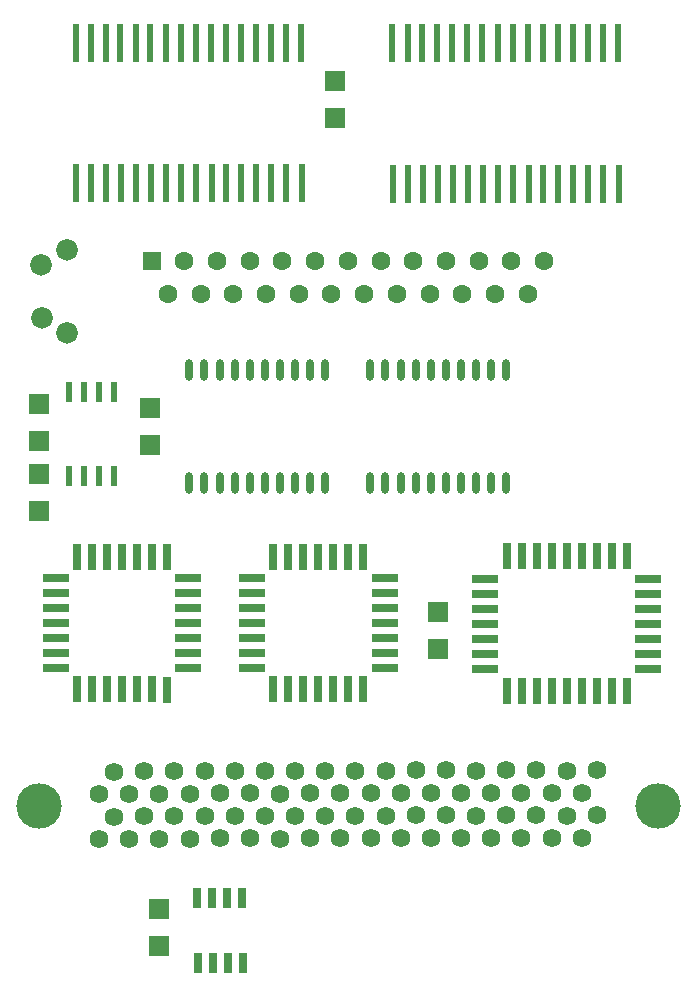
<source format=gbr>
%TF.GenerationSoftware,KiCad,Pcbnew,(6.0.2)*%
%TF.CreationDate,2022-05-20T20:38:17-05:00*%
%TF.ProjectId,REF1326_Optimized,52454631-3332-4365-9f4f-7074696d697a,rev?*%
%TF.SameCoordinates,Original*%
%TF.FileFunction,Soldermask,Top*%
%TF.FilePolarity,Negative*%
%FSLAX46Y46*%
G04 Gerber Fmt 4.6, Leading zero omitted, Abs format (unit mm)*
G04 Created by KiCad (PCBNEW (6.0.2)) date 2022-05-20 20:38:17*
%MOMM*%
%LPD*%
G01*
G04 APERTURE LIST*
%ADD10R,1.600000X1.600000*%
%ADD11C,1.600000*%
%ADD12R,0.600000X3.330000*%
%ADD13R,1.670000X1.670000*%
%ADD14C,1.830000*%
%ADD15C,1.590000*%
%ADD16C,3.850000*%
%ADD17R,0.650000X2.300000*%
%ADD18R,2.300000X0.650000*%
%ADD19O,0.600000X1.865000*%
%ADD20R,0.600000X1.790000*%
%ADD21R,0.800000X1.790000*%
G04 APERTURE END LIST*
D10*
%TO.C,Z2*%
X127696000Y-75323000D03*
D11*
X130466000Y-75323000D03*
X133236000Y-75323000D03*
X136006000Y-75323000D03*
X138776000Y-75323000D03*
X141546000Y-75323000D03*
X144316000Y-75323000D03*
X147086000Y-75323000D03*
X149856000Y-75323000D03*
X152626000Y-75323000D03*
X155396000Y-75323000D03*
X158166000Y-75323000D03*
X160936000Y-75323000D03*
X129081000Y-78163000D03*
X131851000Y-78163000D03*
X134621000Y-78163000D03*
X137391000Y-78163000D03*
X140161000Y-78163000D03*
X142931000Y-78163000D03*
X145701000Y-78163000D03*
X148471000Y-78163000D03*
X151241000Y-78163000D03*
X154011000Y-78163000D03*
X156781000Y-78163000D03*
X159551000Y-78163000D03*
%TD*%
D12*
%TO.C,U1*%
X121296000Y-68735000D03*
X122608000Y-68735000D03*
X123836000Y-68735000D03*
X125109000Y-68735000D03*
X126373000Y-68735000D03*
X127646000Y-68735000D03*
X128913000Y-68735000D03*
X130225000Y-68735000D03*
X131497000Y-68735000D03*
X132809000Y-68740000D03*
X134037000Y-68735000D03*
X135310000Y-68735000D03*
X136580000Y-68735000D03*
X137847000Y-68735000D03*
X139120000Y-68740000D03*
X140426000Y-68735000D03*
X140387000Y-56872000D03*
X139081000Y-56872000D03*
X137808000Y-56866000D03*
X136541000Y-56872000D03*
X135268000Y-56872000D03*
X133995000Y-56872000D03*
X132767000Y-56872000D03*
X131460000Y-56866000D03*
X130187000Y-56872000D03*
X128881000Y-56872000D03*
X127608000Y-56872000D03*
X126341000Y-56872000D03*
X125067000Y-56872000D03*
X123800000Y-56872000D03*
X122566000Y-56872000D03*
X121260000Y-56872000D03*
%TD*%
D13*
%TO.C,R1*%
X118129000Y-87428000D03*
X118129000Y-90568000D03*
%TD*%
D14*
%TO.C,Z1*%
X120549000Y-81397000D03*
X118406000Y-80124000D03*
X118366000Y-75673000D03*
X120549000Y-74367000D03*
%TD*%
D15*
%TO.C,Z3*%
X124555000Y-118591000D03*
X127091000Y-118550000D03*
X129634300Y-118550000D03*
X132213000Y-118549000D03*
X134751000Y-118510300D03*
X137291000Y-118510300D03*
X139873700Y-118550000D03*
X142410000Y-118511000D03*
X144953000Y-118512000D03*
X147530000Y-118507000D03*
X150070000Y-118470000D03*
X152614000Y-118471000D03*
X155193100Y-118508000D03*
X157732000Y-118470000D03*
X160272000Y-118469000D03*
X162851000Y-118511000D03*
X165392800Y-118470600D03*
X164122800Y-120375600D03*
X161582000Y-120415000D03*
X159003100Y-120375600D03*
X156463100Y-120375600D03*
X153921000Y-120416000D03*
X151341000Y-120375000D03*
X148805000Y-120376000D03*
X146263400Y-120415300D03*
X143683700Y-120415300D03*
X141143700Y-120411000D03*
X138603000Y-120454000D03*
X136021000Y-120415000D03*
X133484000Y-120414000D03*
X130943000Y-120452000D03*
X128362000Y-120455000D03*
X125821000Y-120454000D03*
X123284300Y-120494600D03*
X124554300Y-122399600D03*
X127094300Y-122360000D03*
X129633000Y-122360000D03*
X132215000Y-122361000D03*
X134754000Y-122317000D03*
X137294000Y-122320300D03*
X139873700Y-122360000D03*
X142412000Y-122320000D03*
X144954000Y-122318000D03*
X147530000Y-122318000D03*
X150073400Y-122280600D03*
X152613000Y-122278000D03*
X155194000Y-122318000D03*
X157730000Y-122281000D03*
X160271000Y-122281000D03*
X162852000Y-122317000D03*
X165392800Y-122280600D03*
X164122800Y-124185600D03*
X161580000Y-124226000D03*
X159002000Y-124183000D03*
X156463100Y-124185600D03*
X153924000Y-124224000D03*
X151342000Y-124185000D03*
X148803400Y-124185600D03*
X146264000Y-124223000D03*
X143683000Y-124222000D03*
X141144000Y-124224000D03*
X138605000Y-124265000D03*
X136022000Y-124224000D03*
X133483000Y-124224000D03*
X130944000Y-124265000D03*
X128361000Y-124264000D03*
X125824000Y-124263000D03*
X123283000Y-124304600D03*
D16*
X118197000Y-121483000D03*
X170552000Y-121485000D03*
%TD*%
D17*
%TO.C,U6*%
X125227000Y-111611000D03*
X126492000Y-111611000D03*
X127763000Y-111610000D03*
X129034000Y-111616000D03*
D18*
X130823000Y-109821000D03*
X130824000Y-108549000D03*
X130821000Y-107282000D03*
X130820000Y-106009000D03*
X130824000Y-104739000D03*
X130821000Y-103468000D03*
X130823000Y-102202000D03*
D17*
X129036000Y-100409000D03*
X127762000Y-100410000D03*
X126492000Y-100410000D03*
X125220000Y-100410000D03*
X123955000Y-100407000D03*
X122685000Y-100410000D03*
X121414000Y-100407000D03*
D18*
X119623000Y-102200000D03*
X119622000Y-103466000D03*
X119622000Y-104741000D03*
X119621000Y-106013000D03*
X119627000Y-107281000D03*
X119620000Y-108550000D03*
X119618000Y-109820000D03*
D17*
X121410000Y-111609000D03*
X122682000Y-111613000D03*
X123955000Y-111608000D03*
%TD*%
D12*
%TO.C,U2*%
X148114000Y-68776000D03*
X149426000Y-68776000D03*
X150654000Y-68776000D03*
X151927000Y-68776000D03*
X153191000Y-68776000D03*
X154464000Y-68776000D03*
X155731000Y-68776000D03*
X157043000Y-68776000D03*
X158315000Y-68776000D03*
X159627000Y-68781000D03*
X160855000Y-68776000D03*
X162128000Y-68776000D03*
X163398000Y-68776000D03*
X164665000Y-68776000D03*
X165938000Y-68781000D03*
X167244000Y-68776000D03*
X167205000Y-56913000D03*
X165899000Y-56913000D03*
X164626000Y-56907000D03*
X163359000Y-56913000D03*
X162086000Y-56913000D03*
X160813000Y-56913000D03*
X159585000Y-56913000D03*
X158278000Y-56907000D03*
X157005000Y-56913000D03*
X155699000Y-56913000D03*
X154426000Y-56913000D03*
X153159000Y-56913000D03*
X151885000Y-56913000D03*
X150618000Y-56913000D03*
X149384000Y-56913000D03*
X148078000Y-56913000D03*
%TD*%
D17*
%TO.C,U7*%
X141831000Y-111607000D03*
X143096000Y-111607000D03*
X144367000Y-111606000D03*
X145638000Y-111612000D03*
D18*
X147427000Y-109817000D03*
X147428000Y-108545000D03*
X147425000Y-107278000D03*
X147424000Y-106005000D03*
X147428000Y-104735000D03*
X147425000Y-103464000D03*
X147427000Y-102198000D03*
D17*
X145640000Y-100405000D03*
X144366000Y-100406000D03*
X143096000Y-100406000D03*
X141824000Y-100406000D03*
X140559000Y-100403000D03*
X139289000Y-100406000D03*
X138018000Y-100403000D03*
D18*
X136227000Y-102196000D03*
X136226000Y-103462000D03*
X136226000Y-104737000D03*
X136225000Y-106009000D03*
X136231000Y-107277000D03*
X136224000Y-108546000D03*
X136222000Y-109816000D03*
D17*
X138014000Y-111605000D03*
X139286000Y-111609000D03*
X140559000Y-111604000D03*
%TD*%
D13*
%TO.C,C3*%
X128330000Y-130169000D03*
X128339000Y-133300000D03*
%TD*%
%TO.C,R3*%
X118128000Y-93346000D03*
X118128000Y-96486000D03*
%TD*%
D18*
%TO.C,U9*%
X155946000Y-106037000D03*
X155944000Y-107309000D03*
X155945000Y-108578000D03*
X155945000Y-109848000D03*
D17*
X157766000Y-111738000D03*
X159035000Y-111738000D03*
X160306000Y-111736000D03*
X161576000Y-111737000D03*
X162842000Y-111738000D03*
X164115000Y-111739000D03*
X165386000Y-111737000D03*
X166653000Y-111739000D03*
X167923000Y-111736000D03*
D18*
X169747000Y-109845000D03*
X169744000Y-108576000D03*
X169748000Y-107307000D03*
X169747000Y-106038000D03*
X169747000Y-104770000D03*
X169748000Y-103497000D03*
X169747000Y-102226000D03*
D17*
X167929000Y-100336000D03*
X166653000Y-100336000D03*
X165388000Y-100336000D03*
X164112000Y-100340000D03*
X162848000Y-100335000D03*
X161575000Y-100342000D03*
X160307000Y-100341000D03*
X159035000Y-100341000D03*
X157764000Y-100340000D03*
D18*
X155948000Y-102228000D03*
X155948000Y-103496000D03*
X155943000Y-104768000D03*
%TD*%
D13*
%TO.C,C1*%
X143202000Y-60091000D03*
X143211000Y-63222000D03*
%TD*%
%TO.C,C2*%
X151975000Y-105013000D03*
X151984000Y-108144000D03*
%TD*%
D19*
%TO.C,U4*%
X130898000Y-94164000D03*
X132178000Y-94164000D03*
X133458000Y-94164000D03*
X134738000Y-94164000D03*
X136018000Y-94164000D03*
X137298000Y-94164000D03*
X138578000Y-94164000D03*
X139858000Y-94164000D03*
X141138000Y-94164000D03*
X142418000Y-94164000D03*
X142418000Y-84564000D03*
X141138000Y-84564000D03*
X139858000Y-84564000D03*
X138578000Y-84564000D03*
X137298000Y-84564000D03*
X136018000Y-84564000D03*
X134738000Y-84564000D03*
X133458000Y-84564000D03*
X132178000Y-84564000D03*
X130898000Y-84564000D03*
%TD*%
%TO.C,U5*%
X146216000Y-94148000D03*
X147496000Y-94148000D03*
X148776000Y-94148000D03*
X150056000Y-94148000D03*
X151336000Y-94148000D03*
X152616000Y-94148000D03*
X153896000Y-94148000D03*
X155176000Y-94148000D03*
X156456000Y-94148000D03*
X157736000Y-94148000D03*
X157736000Y-84548000D03*
X156456000Y-84548000D03*
X155176000Y-84548000D03*
X153896000Y-84548000D03*
X152616000Y-84548000D03*
X151336000Y-84548000D03*
X150056000Y-84548000D03*
X148776000Y-84548000D03*
X147496000Y-84548000D03*
X146216000Y-84548000D03*
%TD*%
D20*
%TO.C,U3*%
X120715000Y-93538000D03*
X121988000Y-93538000D03*
X123255000Y-93538000D03*
X124534000Y-93538000D03*
X124489000Y-86397000D03*
X123216000Y-86397000D03*
X121944000Y-86391000D03*
X120676000Y-86386000D03*
%TD*%
D13*
%TO.C,R2*%
X127540000Y-87749000D03*
X127540000Y-90889000D03*
%TD*%
D21*
%TO.C,U8*%
X131660000Y-134743000D03*
X132929000Y-134741000D03*
X134195000Y-134741000D03*
X135469000Y-134742000D03*
X135382000Y-129262000D03*
X134117000Y-129265000D03*
X132848000Y-129267000D03*
X131580000Y-129266000D03*
%TD*%
M02*

</source>
